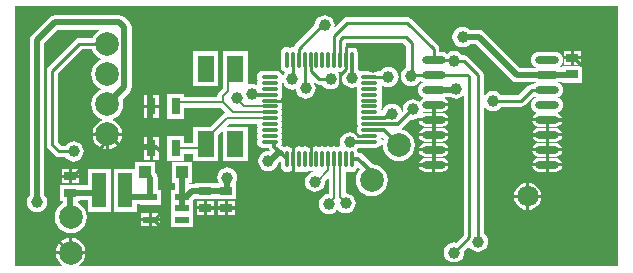
<source format=gbl>
G04*
G04 #@! TF.GenerationSoftware,Altium Limited,Altium Designer,20.2.4 (192)*
G04*
G04 Layer_Physical_Order=2*
G04 Layer_Color=16711680*
%FSLAX25Y25*%
%MOIN*%
G70*
G04*
G04 #@! TF.SameCoordinates,121250D4-26CC-48BE-A980-2B83B7959B4A*
G04*
G04*
G04 #@! TF.FilePolarity,Positive*
G04*
G01*
G75*
%ADD10C,0.00984*%
%ADD12C,0.00787*%
%ADD18R,0.03150X0.05512*%
%ADD19R,0.03858X0.02677*%
%ADD40C,0.01181*%
%ADD41C,0.01968*%
%ADD42C,0.07874*%
%ADD43C,0.07087*%
%ADD44C,0.03937*%
%ADD45R,0.05512X0.08661*%
%ADD46R,0.05118X0.11811*%
%ADD47R,0.04528X0.02362*%
%ADD48R,0.03937X0.04331*%
%ADD49O,0.01181X0.05709*%
%ADD50O,0.05709X0.01181*%
%ADD51O,0.07874X0.02559*%
G36*
X100447Y-43361D02*
X-80010D01*
X-79410Y-43112D01*
X-78379Y-42321D01*
X-77587Y-41290D01*
X-77090Y-40089D01*
X-76986Y-39300D01*
X-81900D01*
X-86814D01*
X-86710Y-40089D01*
X-86212Y-41290D01*
X-85421Y-42321D01*
X-84390Y-43112D01*
X-83790Y-43361D01*
X-100447D01*
Y43361D01*
X100447D01*
Y-43361D01*
D02*
G37*
%LPC*%
G36*
X2700Y40375D02*
X1826Y40260D01*
X1012Y39923D01*
X313Y39387D01*
X-223Y38688D01*
X-560Y37874D01*
X-672Y37024D01*
X-7200Y30496D01*
X-7614Y29878D01*
X-7618Y29857D01*
X-7858Y29905D01*
X-8626Y29752D01*
X-8843Y29607D01*
X-9059Y29752D01*
X-9827Y29905D01*
X-10595Y29752D01*
X-11246Y29317D01*
X-11681Y28666D01*
X-11834Y27898D01*
Y23370D01*
X-11681Y22602D01*
X-11246Y21951D01*
X-10595Y21516D01*
X-10296Y21456D01*
X-10387Y21387D01*
X-10923Y20688D01*
X-11260Y19874D01*
X-11375Y19000D01*
X-11260Y18126D01*
X-10923Y17312D01*
X-10387Y16613D01*
X-9688Y16077D01*
X-8874Y15740D01*
X-8000Y15625D01*
X-7126Y15740D01*
X-6951Y15812D01*
X-6860Y15126D01*
X-6523Y14312D01*
X-5987Y13613D01*
X-5288Y13077D01*
X-4474Y12740D01*
X-3600Y12625D01*
X-2726Y12740D01*
X-1912Y13077D01*
X-1213Y13613D01*
X-677Y14312D01*
X-340Y15126D01*
X-225Y16000D01*
X-340Y16874D01*
X-677Y17688D01*
X-1213Y18387D01*
X-1912Y18923D01*
X-1977Y18950D01*
Y19167D01*
X-562Y17752D01*
X-562Y17752D01*
X56Y17338D01*
X786Y17193D01*
X1945D01*
X2313Y16713D01*
X3012Y16177D01*
X3826Y15840D01*
X4700Y15725D01*
X5574Y15840D01*
X6388Y16177D01*
X7087Y16713D01*
X7623Y17412D01*
X7960Y18226D01*
X8075Y19100D01*
X7960Y19974D01*
X7623Y20788D01*
X7087Y21487D01*
X6882Y21644D01*
X6905Y21660D01*
X7122Y21516D01*
X7890Y21363D01*
X8658Y21516D01*
X9214Y21888D01*
X9238Y21872D01*
X9400Y21839D01*
X8977Y21288D01*
X8640Y20474D01*
X8525Y19600D01*
X8640Y18726D01*
X8977Y17912D01*
X9513Y17213D01*
X10212Y16677D01*
X11026Y16340D01*
X11900Y16225D01*
X12774Y16340D01*
X13513Y16646D01*
X13363Y15890D01*
X13516Y15122D01*
X13660Y14906D01*
X13516Y14689D01*
X13363Y13921D01*
X13516Y13153D01*
X13660Y12937D01*
X13516Y12721D01*
X13363Y11953D01*
X13516Y11185D01*
X13660Y10968D01*
X13516Y10752D01*
X13363Y9984D01*
X13516Y9216D01*
X13660Y9000D01*
X13516Y8784D01*
X13363Y8016D01*
X13516Y7248D01*
X13660Y7032D01*
X13516Y6815D01*
X13363Y6047D01*
X13516Y5279D01*
X13660Y5063D01*
X13516Y4847D01*
X13363Y4079D01*
X13516Y3311D01*
X13660Y3094D01*
X13516Y2878D01*
X13363Y2110D01*
X13516Y1342D01*
X13887Y786D01*
X13872Y762D01*
X13756Y180D01*
X13713D01*
X13573Y363D01*
X12874Y900D01*
X12060Y1237D01*
X11186Y1352D01*
X10312Y1237D01*
X9498Y900D01*
X8799Y363D01*
X8263Y-336D01*
X7925Y-1150D01*
X7811Y-2024D01*
X7925Y-2897D01*
X8139Y-3413D01*
X7890Y-3363D01*
X7122Y-3516D01*
X6905Y-3660D01*
X6689Y-3516D01*
X5921Y-3363D01*
X5153Y-3516D01*
X4937Y-3660D01*
X4721Y-3516D01*
X3953Y-3363D01*
X3185Y-3516D01*
X2968Y-3660D01*
X2752Y-3516D01*
X1984Y-3363D01*
X1216Y-3516D01*
X1000Y-3660D01*
X784Y-3516D01*
X16Y-3363D01*
X-752Y-3516D01*
X-1309Y-3887D01*
X-1332Y-3872D01*
X-1953Y-3748D01*
X-2573Y-3872D01*
X-2597Y-3887D01*
X-3153Y-3516D01*
X-3921Y-3363D01*
X-4689Y-3516D01*
X-4905Y-3660D01*
X-5122Y-3516D01*
X-5890Y-3363D01*
X-6658Y-3516D01*
X-7214Y-3887D01*
X-7238Y-3872D01*
X-7858Y-3748D01*
X-8479Y-3872D01*
X-8502Y-3887D01*
X-9059Y-3516D01*
X-9827Y-3363D01*
X-10595Y-3516D01*
X-10647Y-3551D01*
X-10998Y-3316D01*
X-11383Y-3239D01*
X-11721Y-2902D01*
X-11516Y-2595D01*
X-11363Y-1827D01*
X-11516Y-1059D01*
X-11660Y-843D01*
X-11516Y-626D01*
X-11363Y142D01*
X-11516Y910D01*
X-11660Y1126D01*
X-11516Y1342D01*
X-11363Y2110D01*
X-11516Y2878D01*
X-11660Y3094D01*
X-11516Y3311D01*
X-11363Y4079D01*
X-11516Y4847D01*
X-11660Y5063D01*
X-11516Y5279D01*
X-11363Y6047D01*
X-11516Y6815D01*
X-11660Y7032D01*
X-11516Y7248D01*
X-11363Y8016D01*
X-11516Y8784D01*
X-11660Y9000D01*
X-11516Y9216D01*
X-11363Y9984D01*
X-11516Y10752D01*
X-11887Y11309D01*
X-11872Y11332D01*
X-11748Y11953D01*
X-11872Y12573D01*
X-11887Y12597D01*
X-11516Y13153D01*
X-11363Y13921D01*
X-11516Y14689D01*
X-11660Y14906D01*
X-11516Y15122D01*
X-11363Y15890D01*
X-11516Y16658D01*
X-11660Y16874D01*
X-11516Y17090D01*
X-11363Y17858D01*
X-11516Y18626D01*
X-11660Y18843D01*
X-11516Y19059D01*
X-11363Y19827D01*
X-11516Y20595D01*
X-11951Y21246D01*
X-12602Y21681D01*
X-13370Y21834D01*
X-17898D01*
X-18666Y21681D01*
X-19317Y21246D01*
X-19752Y20595D01*
X-19905Y19827D01*
X-19752Y19059D01*
X-19608Y18843D01*
X-19752Y18626D01*
X-19905Y17858D01*
X-19752Y17090D01*
X-19628Y16905D01*
X-19912Y17123D01*
X-20726Y17460D01*
X-21600Y17575D01*
X-22474Y17460D01*
X-22945Y17265D01*
Y28307D01*
X-31213D01*
Y20411D01*
X-31247Y20236D01*
Y16007D01*
X-32477Y14777D01*
X-32869Y14191D01*
X-33006Y13500D01*
Y13206D01*
X-44012D01*
Y14134D01*
X-49917D01*
Y5866D01*
X-44012D01*
Y9594D01*
X-31948D01*
X-30149Y7794D01*
X-30542Y7716D01*
X-31128Y7324D01*
X-35342Y3110D01*
X-41055D01*
Y-2194D01*
X-44012D01*
Y134D01*
X-49917D01*
Y-8134D01*
X-44012D01*
Y-5806D01*
X-41055D01*
Y-8307D01*
X-32787D01*
Y556D01*
X-31213Y2131D01*
Y-8307D01*
X-22945D01*
Y3110D01*
X-30233D01*
X-29102Y4241D01*
X-19873D01*
X-19905Y4079D01*
X-19752Y3311D01*
X-19608Y3094D01*
X-19752Y2878D01*
X-19905Y2110D01*
X-19752Y1342D01*
X-19608Y1126D01*
X-19752Y910D01*
X-19905Y142D01*
X-19752Y-626D01*
X-19608Y-843D01*
X-19752Y-1059D01*
X-19905Y-1827D01*
X-19752Y-2595D01*
X-19317Y-3246D01*
X-18666Y-3681D01*
X-17898Y-3834D01*
X-15943D01*
X-15867Y-4216D01*
X-15475Y-4802D01*
X-15556Y-4883D01*
X-16000Y-4825D01*
X-16874Y-4940D01*
X-17688Y-5277D01*
X-18387Y-5813D01*
X-18923Y-6512D01*
X-19260Y-7326D01*
X-19375Y-8200D01*
X-19260Y-9074D01*
X-18923Y-9888D01*
X-18387Y-10587D01*
X-17688Y-11123D01*
X-16874Y-11460D01*
X-16000Y-11575D01*
X-15126Y-11460D01*
X-14312Y-11123D01*
X-13613Y-10587D01*
X-13077Y-9888D01*
X-12740Y-9074D01*
X-12710Y-8849D01*
X-12080Y-8219D01*
X-11834Y-8465D01*
Y-9898D01*
X-11681Y-10666D01*
X-11246Y-11317D01*
X-10595Y-11752D01*
X-9827Y-11905D01*
X-9059Y-11752D01*
X-8502Y-11380D01*
X-8479Y-11396D01*
X-7858Y-11519D01*
X-7238Y-11396D01*
X-7214Y-11380D01*
X-6658Y-11752D01*
X-5890Y-11905D01*
X-5122Y-11752D01*
X-4905Y-11608D01*
X-4689Y-11752D01*
X-3921Y-11905D01*
X-3153Y-11752D01*
X-2597Y-11380D01*
X-2573Y-11396D01*
X-1953Y-11519D01*
X-1332Y-11396D01*
X-1309Y-11380D01*
X-752Y-11752D01*
X-746Y-11753D01*
X-1402Y-11840D01*
X-2217Y-12177D01*
X-2916Y-12713D01*
X-3452Y-13412D01*
X-3789Y-14226D01*
X-3904Y-15100D01*
X-3789Y-15974D01*
X-3452Y-16788D01*
X-2916Y-17487D01*
X-2217Y-18023D01*
X-1402Y-18360D01*
X-529Y-18475D01*
X345Y-18360D01*
X1159Y-18023D01*
X1858Y-17487D01*
X2394Y-16788D01*
X2732Y-15974D01*
X2847Y-15100D01*
X2829Y-14968D01*
X4115Y-13682D01*
Y-19227D01*
X4100Y-19225D01*
X3226Y-19340D01*
X2412Y-19677D01*
X1713Y-20213D01*
X1177Y-20912D01*
X840Y-21726D01*
X725Y-22600D01*
X840Y-23474D01*
X1177Y-24288D01*
X1713Y-24987D01*
X2412Y-25523D01*
X3226Y-25860D01*
X4100Y-25975D01*
X4974Y-25860D01*
X5788Y-25523D01*
X6487Y-24987D01*
X7015Y-24298D01*
X7313Y-24687D01*
X8012Y-25223D01*
X8826Y-25560D01*
X9700Y-25675D01*
X10574Y-25560D01*
X11388Y-25223D01*
X12087Y-24687D01*
X12623Y-23988D01*
X12960Y-23174D01*
X13075Y-22300D01*
X12960Y-21426D01*
X12623Y-20612D01*
X12087Y-19913D01*
X11388Y-19377D01*
X10574Y-19040D01*
X9700Y-18925D01*
X9696Y-18925D01*
Y-11873D01*
X9858Y-11905D01*
X10626Y-11752D01*
X10842Y-11608D01*
X11059Y-11752D01*
X11827Y-11905D01*
X12595Y-11752D01*
X13246Y-11317D01*
X13681Y-10666D01*
X13805Y-10043D01*
X14593Y-10831D01*
X13757Y-11920D01*
X13222Y-13213D01*
X13039Y-14600D01*
X13222Y-15988D01*
X13757Y-17280D01*
X14609Y-18391D01*
X15720Y-19243D01*
X17012Y-19778D01*
X18400Y-19961D01*
X19787Y-19778D01*
X21080Y-19243D01*
X22191Y-18391D01*
X23043Y-17280D01*
X23578Y-15988D01*
X23761Y-14600D01*
X23578Y-13213D01*
X23043Y-11920D01*
X22191Y-10809D01*
X21080Y-9957D01*
X19787Y-9422D01*
X18720Y-9281D01*
X15419Y-5981D01*
X14768Y-5546D01*
X14000Y-5393D01*
X13834D01*
Y-5370D01*
X13681Y-4602D01*
X13560Y-4420D01*
X13573Y-4410D01*
X14015Y-3834D01*
X19898D01*
X20666Y-3681D01*
X21317Y-3246D01*
X21752Y-2595D01*
X21905Y-1827D01*
X21752Y-1059D01*
X21380Y-502D01*
X21396Y-479D01*
X21512Y103D01*
X21658D01*
X22601Y-839D01*
X22322Y-1512D01*
X22139Y-2900D01*
X22322Y-4287D01*
X22857Y-5580D01*
X23709Y-6691D01*
X24820Y-7543D01*
X26112Y-8078D01*
X27500Y-8261D01*
X28888Y-8078D01*
X30180Y-7543D01*
X31291Y-6691D01*
X32143Y-5580D01*
X32678Y-4287D01*
X32861Y-2900D01*
X32678Y-1512D01*
X32143Y-220D01*
X31291Y891D01*
X30180Y1743D01*
X28888Y2278D01*
X28219Y2366D01*
X28658Y2660D01*
X31664Y5666D01*
X32139Y5603D01*
X33013Y5718D01*
X33827Y6055D01*
X34335Y6446D01*
X34298Y6389D01*
X34220Y6000D01*
X38602D01*
Y7824D01*
X36445D01*
X35555Y7647D01*
X35077Y7328D01*
X35399Y8105D01*
X35442Y8429D01*
X35555Y8353D01*
X36445Y8176D01*
X38602D01*
Y10500D01*
X39102D01*
Y11000D01*
X43985D01*
X43907Y11389D01*
X43403Y12143D01*
X42649Y12647D01*
X41774Y12821D01*
X42454Y12911D01*
X42890Y13092D01*
X44763D01*
X44912Y12977D01*
X45726Y12640D01*
X46600Y12525D01*
X47474Y12640D01*
X48288Y12977D01*
X48987Y13513D01*
X49093Y13652D01*
Y-32710D01*
X46400Y-35404D01*
X45800Y-35325D01*
X44926Y-35440D01*
X44112Y-35777D01*
X43413Y-36313D01*
X42877Y-37012D01*
X42540Y-37826D01*
X42425Y-38700D01*
X42540Y-39574D01*
X42877Y-40388D01*
X43413Y-41087D01*
X44112Y-41623D01*
X44926Y-41960D01*
X45800Y-42075D01*
X46674Y-41960D01*
X47488Y-41623D01*
X48187Y-41087D01*
X48723Y-40388D01*
X49060Y-39574D01*
X49175Y-38700D01*
X49096Y-38100D01*
X50805Y-36391D01*
X50941Y-36719D01*
X51477Y-37418D01*
X52177Y-37955D01*
X52991Y-38292D01*
X53864Y-38407D01*
X54738Y-38292D01*
X55552Y-37955D01*
X56251Y-37418D01*
X56787Y-36719D01*
X57125Y-35905D01*
X57240Y-35032D01*
X57125Y-34158D01*
X56787Y-33344D01*
X56251Y-32645D01*
X55771Y-32277D01*
Y10610D01*
X55977Y10112D01*
X56513Y9413D01*
X57212Y8877D01*
X58026Y8540D01*
X58900Y8425D01*
X59774Y8540D01*
X60588Y8877D01*
X61287Y9413D01*
X61655Y9893D01*
X68035D01*
X68764Y10038D01*
X69383Y10452D01*
X72453Y13522D01*
X72900Y13179D01*
X73331Y13000D01*
X72900Y12821D01*
X72345Y12395D01*
X71919Y11840D01*
X71651Y11194D01*
X71560Y10500D01*
X71651Y9806D01*
X71919Y9160D01*
X72345Y8605D01*
X72900Y8179D01*
X73546Y7911D01*
X74226Y7821D01*
X73351Y7647D01*
X72597Y7143D01*
X72093Y6389D01*
X72015Y6000D01*
X76898D01*
X81780D01*
X81702Y6389D01*
X81199Y7143D01*
X80445Y7647D01*
X79569Y7821D01*
X80249Y7911D01*
X80895Y8179D01*
X81450Y8605D01*
X81876Y9160D01*
X82144Y9806D01*
X82235Y10500D01*
X82144Y11194D01*
X81876Y11840D01*
X81450Y12395D01*
X80895Y12821D01*
X80464Y13000D01*
X80895Y13179D01*
X81450Y13605D01*
X81876Y14160D01*
X82144Y14806D01*
X82235Y15500D01*
X82144Y16194D01*
X81876Y16840D01*
X81450Y17395D01*
X80895Y17821D01*
X80464Y18000D01*
X80859Y18164D01*
X81993D01*
Y17928D01*
X88607D01*
Y23361D01*
X81993D01*
Y22980D01*
X80511D01*
X80464Y23000D01*
X80895Y23179D01*
X81450Y23605D01*
X81876Y24160D01*
X82144Y24806D01*
X82235Y25500D01*
X82144Y26194D01*
X81876Y26840D01*
X81450Y27395D01*
X80895Y27821D01*
X80249Y28089D01*
X79555Y28180D01*
X74240D01*
X73546Y28089D01*
X72900Y27821D01*
X72345Y27395D01*
X71919Y26840D01*
X71651Y26194D01*
X71560Y25500D01*
X71651Y24806D01*
X71919Y24160D01*
X72345Y23605D01*
X72900Y23179D01*
X73331Y23000D01*
X73110Y22908D01*
X67898D01*
X56003Y34803D01*
X55222Y35325D01*
X54300Y35508D01*
X51058D01*
X50388Y36023D01*
X49574Y36360D01*
X48700Y36475D01*
X47826Y36360D01*
X47012Y36023D01*
X46313Y35487D01*
X45777Y34788D01*
X45440Y33974D01*
X45325Y33100D01*
X45440Y32226D01*
X45777Y31412D01*
X46313Y30713D01*
X47012Y30177D01*
X47826Y29840D01*
X48700Y29725D01*
X49574Y29840D01*
X50388Y30177D01*
X51058Y30691D01*
X53302D01*
X65197Y18797D01*
X65978Y18275D01*
X66900Y18091D01*
X73110D01*
X73331Y18000D01*
X72900Y17821D01*
X72360Y17407D01*
X71735D01*
X71005Y17262D01*
X70386Y16848D01*
X67245Y13707D01*
X61655D01*
X61287Y14187D01*
X60588Y14723D01*
X59774Y15060D01*
X58900Y15175D01*
X58026Y15060D01*
X57212Y14723D01*
X56513Y14187D01*
X55977Y13488D01*
X55771Y12991D01*
Y15220D01*
X55807Y15400D01*
X55807Y15400D01*
Y20500D01*
X55662Y21230D01*
X55248Y21848D01*
X55248Y21848D01*
X50548Y26548D01*
X49930Y26962D01*
X49200Y27107D01*
X48633D01*
X48265Y27587D01*
X47566Y28123D01*
X46752Y28460D01*
X45878Y28575D01*
X45004Y28460D01*
X44190Y28123D01*
X43491Y27587D01*
X43460Y27545D01*
X43100Y27821D01*
X42454Y28089D01*
X41760Y28180D01*
X41009D01*
Y28998D01*
X40864Y29728D01*
X40451Y30346D01*
X31549Y39248D01*
X30930Y39662D01*
X30200Y39807D01*
X10300D01*
X9570Y39662D01*
X8952Y39248D01*
X5980Y36277D01*
X6075Y37000D01*
X5960Y37874D01*
X5623Y38688D01*
X5087Y39387D01*
X4388Y39923D01*
X3574Y40260D01*
X2700Y40375D01*
D02*
G37*
G36*
X88229Y28495D02*
X85800D01*
Y26656D01*
X88229D01*
Y28495D01*
D02*
G37*
G36*
X84800D02*
X82371D01*
Y26656D01*
X84800D01*
Y28495D01*
D02*
G37*
G36*
X88229Y25656D02*
X85800D01*
Y23817D01*
X88229D01*
Y25656D01*
D02*
G37*
G36*
X84800D02*
X82371D01*
Y23817D01*
X84800D01*
Y25656D01*
D02*
G37*
G36*
X-32787Y28307D02*
X-41055D01*
Y16890D01*
X-32787D01*
Y28307D01*
D02*
G37*
G36*
X-52461Y13756D02*
X-54536D01*
Y10500D01*
X-52461D01*
Y13756D01*
D02*
G37*
G36*
X-55536D02*
X-57610D01*
Y10500D01*
X-55536D01*
Y13756D01*
D02*
G37*
G36*
X43985Y10000D02*
X39602D01*
Y8176D01*
X41760D01*
X42649Y8353D01*
X43403Y8857D01*
X43907Y9611D01*
X43985Y10000D01*
D02*
G37*
G36*
X-52461Y9500D02*
X-54536D01*
Y6244D01*
X-52461D01*
Y9500D01*
D02*
G37*
G36*
X-55536D02*
X-57610D01*
Y6244D01*
X-55536D01*
Y9500D01*
D02*
G37*
G36*
X41760Y7824D02*
X39602D01*
Y6000D01*
X43985D01*
X43907Y6389D01*
X43403Y7143D01*
X42649Y7647D01*
X41760Y7824D01*
D02*
G37*
G36*
X81780Y5000D02*
X77398D01*
Y3176D01*
X79555D01*
X80445Y3353D01*
X81199Y3857D01*
X81702Y4611D01*
X81780Y5000D01*
D02*
G37*
G36*
X76398D02*
X72015D01*
X72093Y4611D01*
X72597Y3857D01*
X73351Y3353D01*
X74240Y3176D01*
X76398D01*
Y5000D01*
D02*
G37*
G36*
X43985D02*
X39602D01*
Y3176D01*
X41760D01*
X42649Y3353D01*
X43403Y3857D01*
X43907Y4611D01*
X43985Y5000D01*
D02*
G37*
G36*
X38602D02*
X34220D01*
X34298Y4611D01*
X34801Y3857D01*
X35555Y3353D01*
X36445Y3176D01*
X38602D01*
Y5000D01*
D02*
G37*
G36*
X-65653Y40409D02*
X-87200D01*
X-88122Y40225D01*
X-88903Y39703D01*
X-94903Y33703D01*
X-95425Y32922D01*
X-95609Y32000D01*
Y-19542D01*
X-96123Y-20212D01*
X-96460Y-21026D01*
X-96575Y-21900D01*
X-96460Y-22774D01*
X-96123Y-23588D01*
X-95587Y-24287D01*
X-94888Y-24823D01*
X-94074Y-25160D01*
X-93200Y-25275D01*
X-92326Y-25160D01*
X-91512Y-24823D01*
X-90813Y-24287D01*
X-90277Y-23588D01*
X-89940Y-22774D01*
X-89825Y-21900D01*
X-89940Y-21026D01*
X-90277Y-20212D01*
X-90791Y-19542D01*
Y31002D01*
X-86202Y35592D01*
X-71881D01*
X-72365Y35391D01*
X-73476Y34539D01*
X-74328Y33428D01*
X-74585Y32807D01*
X-79000D01*
X-79730Y32662D01*
X-80348Y32248D01*
X-89348Y23248D01*
X-89762Y22630D01*
X-89907Y21900D01*
Y-2700D01*
X-89762Y-3430D01*
X-89348Y-4048D01*
X-87048Y-6348D01*
X-86430Y-6762D01*
X-85700Y-6907D01*
X-83655D01*
X-83287Y-7387D01*
X-82588Y-7923D01*
X-81774Y-8260D01*
X-80900Y-8375D01*
X-80026Y-8260D01*
X-79212Y-7923D01*
X-78513Y-7387D01*
X-77977Y-6688D01*
X-77640Y-5874D01*
X-77525Y-5000D01*
X-77640Y-4126D01*
X-77977Y-3312D01*
X-78513Y-2613D01*
X-79212Y-2077D01*
X-80026Y-1740D01*
X-80900Y-1625D01*
X-81774Y-1740D01*
X-82588Y-2077D01*
X-83287Y-2613D01*
X-83655Y-3093D01*
X-84910D01*
X-86093Y-1910D01*
Y21110D01*
X-78210Y28993D01*
X-74711D01*
X-74328Y28068D01*
X-73476Y26957D01*
X-72365Y26105D01*
X-71503Y25748D01*
X-72365Y25391D01*
X-73476Y24539D01*
X-74328Y23428D01*
X-74863Y22136D01*
X-75046Y20748D01*
X-74863Y19361D01*
X-74328Y18068D01*
X-73476Y16957D01*
X-72365Y16105D01*
X-71503Y15748D01*
X-72365Y15391D01*
X-73476Y14539D01*
X-74328Y13428D01*
X-74863Y12135D01*
X-75046Y10748D01*
X-74863Y9361D01*
X-74328Y8068D01*
X-73476Y6957D01*
X-72365Y6105D01*
X-71073Y5570D01*
X-70976Y5557D01*
X-72175Y5060D01*
X-73206Y4269D01*
X-73997Y3238D01*
X-74495Y2037D01*
X-74599Y1248D01*
X-64771D01*
X-64875Y2037D01*
X-65373Y3238D01*
X-66164Y4269D01*
X-67195Y5060D01*
X-68394Y5557D01*
X-68298Y5570D01*
X-67005Y6105D01*
X-65894Y6957D01*
X-65042Y8068D01*
X-64507Y9361D01*
X-64324Y10748D01*
X-64507Y12135D01*
X-64619Y12407D01*
X-62273Y14754D01*
X-61751Y15535D01*
X-61568Y16457D01*
Y36323D01*
X-61751Y37245D01*
X-62273Y38026D01*
X-63950Y39703D01*
X-64731Y40225D01*
X-65653Y40409D01*
D02*
G37*
G36*
X79555Y2824D02*
X77398D01*
Y1000D01*
X81780D01*
X81702Y1389D01*
X81199Y2143D01*
X80445Y2647D01*
X79555Y2824D01*
D02*
G37*
G36*
X41760D02*
X39602D01*
Y1000D01*
X43985D01*
X43907Y1389D01*
X43403Y2143D01*
X42649Y2647D01*
X41760Y2824D01*
D02*
G37*
G36*
X76398D02*
X74240D01*
X73351Y2647D01*
X72597Y2143D01*
X72093Y1389D01*
X72015Y1000D01*
X76398D01*
Y2824D01*
D02*
G37*
G36*
X38602D02*
X36445D01*
X35555Y2647D01*
X34801Y2143D01*
X34298Y1389D01*
X34220Y1000D01*
X38602D01*
Y2824D01*
D02*
G37*
G36*
X81780Y0D02*
X77398D01*
Y-1824D01*
X79555D01*
X80445Y-1647D01*
X81199Y-1143D01*
X81702Y-389D01*
X81780Y0D01*
D02*
G37*
G36*
X76398D02*
X72015D01*
X72093Y-389D01*
X72597Y-1143D01*
X73351Y-1647D01*
X74240Y-1824D01*
X76398D01*
Y0D01*
D02*
G37*
G36*
X43985D02*
X39602D01*
Y-1824D01*
X41760D01*
X42649Y-1647D01*
X43403Y-1143D01*
X43907Y-389D01*
X43985Y0D01*
D02*
G37*
G36*
X38602D02*
X34220D01*
X34298Y-389D01*
X34801Y-1143D01*
X35555Y-1647D01*
X36445Y-1824D01*
X38602D01*
Y0D01*
D02*
G37*
G36*
X-52461Y-244D02*
X-54536D01*
Y-3500D01*
X-52461D01*
Y-244D01*
D02*
G37*
G36*
X-55536D02*
X-57610D01*
Y-3500D01*
X-55536D01*
Y-244D01*
D02*
G37*
G36*
X79555Y-2176D02*
X77398D01*
Y-4000D01*
X81780D01*
X81702Y-3611D01*
X81199Y-2857D01*
X80445Y-2353D01*
X79555Y-2176D01*
D02*
G37*
G36*
X41760D02*
X39602D01*
Y-4000D01*
X43985D01*
X43907Y-3611D01*
X43403Y-2857D01*
X42649Y-2353D01*
X41760Y-2176D01*
D02*
G37*
G36*
X76398D02*
X74240D01*
X73351Y-2353D01*
X72597Y-2857D01*
X72093Y-3611D01*
X72015Y-4000D01*
X76398D01*
Y-2176D01*
D02*
G37*
G36*
X38602D02*
X36445D01*
X35555Y-2353D01*
X34801Y-2857D01*
X34298Y-3611D01*
X34220Y-4000D01*
X38602D01*
Y-2176D01*
D02*
G37*
G36*
X-64771Y248D02*
X-69185D01*
Y-4166D01*
X-68396Y-4062D01*
X-67195Y-3564D01*
X-66164Y-2773D01*
X-65373Y-1742D01*
X-64875Y-541D01*
X-64771Y248D01*
D02*
G37*
G36*
X-70185D02*
X-74599D01*
X-74495Y-541D01*
X-73997Y-1742D01*
X-73206Y-2773D01*
X-72175Y-3564D01*
X-70974Y-4062D01*
X-70185Y-4166D01*
Y248D01*
D02*
G37*
G36*
X81780Y-5000D02*
X77398D01*
Y-6824D01*
X79555D01*
X80445Y-6647D01*
X81199Y-6143D01*
X81702Y-5389D01*
X81780Y-5000D01*
D02*
G37*
G36*
X76398D02*
X72015D01*
X72093Y-5389D01*
X72597Y-6143D01*
X73351Y-6647D01*
X74240Y-6824D01*
X76398D01*
Y-5000D01*
D02*
G37*
G36*
X43985D02*
X39602D01*
Y-6824D01*
X41760D01*
X42649Y-6647D01*
X43403Y-6143D01*
X43907Y-5389D01*
X43985Y-5000D01*
D02*
G37*
G36*
X38602D02*
X34220D01*
X34298Y-5389D01*
X34801Y-6143D01*
X35555Y-6647D01*
X36445Y-6824D01*
X38602D01*
Y-5000D01*
D02*
G37*
G36*
X-52461Y-4500D02*
X-54536D01*
Y-7756D01*
X-52461D01*
Y-4500D01*
D02*
G37*
G36*
X-55536D02*
X-57610D01*
Y-7756D01*
X-55536D01*
Y-4500D01*
D02*
G37*
G36*
X79555Y-7176D02*
X77398D01*
Y-9000D01*
X81780D01*
X81702Y-8611D01*
X81199Y-7857D01*
X80445Y-7353D01*
X79555Y-7176D01*
D02*
G37*
G36*
X41760D02*
X39602D01*
Y-9000D01*
X43985D01*
X43907Y-8611D01*
X43403Y-7857D01*
X42649Y-7353D01*
X41760Y-7176D01*
D02*
G37*
G36*
X76398D02*
X74240D01*
X73351Y-7353D01*
X72597Y-7857D01*
X72093Y-8611D01*
X72015Y-9000D01*
X76398D01*
Y-7176D01*
D02*
G37*
G36*
X38602D02*
X36445D01*
X35555Y-7353D01*
X34801Y-7857D01*
X34298Y-8611D01*
X34220Y-9000D01*
X38602D01*
Y-7176D01*
D02*
G37*
G36*
X81780Y-10000D02*
X77398D01*
Y-11824D01*
X79555D01*
X80445Y-11647D01*
X81199Y-11143D01*
X81702Y-10389D01*
X81780Y-10000D01*
D02*
G37*
G36*
X76398D02*
X72015D01*
X72093Y-10389D01*
X72597Y-11143D01*
X73351Y-11647D01*
X74240Y-11824D01*
X76398D01*
Y-10000D01*
D02*
G37*
G36*
X43985D02*
X39602D01*
Y-11824D01*
X41760D01*
X42649Y-11647D01*
X43403Y-11143D01*
X43907Y-10389D01*
X43985Y-10000D01*
D02*
G37*
G36*
X38602D02*
X34220D01*
X34298Y-10389D01*
X34801Y-11143D01*
X35555Y-11647D01*
X36445Y-11824D01*
X38602D01*
Y-10000D01*
D02*
G37*
G36*
X-79071Y-10905D02*
X-81500D01*
Y-12744D01*
X-79071D01*
Y-10905D01*
D02*
G37*
G36*
X-82500D02*
X-84929D01*
Y-12744D01*
X-82500D01*
Y-10905D01*
D02*
G37*
G36*
X-79071Y-13744D02*
X-81500D01*
Y-15583D01*
X-79071D01*
Y-13744D01*
D02*
G37*
G36*
X-82500D02*
X-84929D01*
Y-15583D01*
X-82500D01*
Y-13744D01*
D02*
G37*
G36*
X-68394Y-10717D02*
X-76268D01*
Y-16347D01*
X-78693D01*
Y-16039D01*
X-85307D01*
Y-21472D01*
X-84408D01*
Y-22275D01*
X-84580Y-22346D01*
X-85691Y-23198D01*
X-86543Y-24309D01*
X-87078Y-25602D01*
X-87261Y-26989D01*
X-87078Y-28376D01*
X-86543Y-29669D01*
X-85691Y-30780D01*
X-84580Y-31632D01*
X-83288Y-32167D01*
X-81900Y-32350D01*
X-80512Y-32167D01*
X-79220Y-31632D01*
X-78109Y-30780D01*
X-77257Y-29669D01*
X-76722Y-28376D01*
X-76539Y-26989D01*
X-76722Y-25602D01*
X-77257Y-24309D01*
X-78109Y-23198D01*
X-79220Y-22346D01*
X-79592Y-22192D01*
Y-21472D01*
X-78693D01*
Y-21164D01*
X-76268D01*
Y-25284D01*
X-68394D01*
Y-10717D01*
D02*
G37*
G36*
X70900Y-15483D02*
Y-19500D01*
X74917D01*
X74826Y-18814D01*
X74369Y-17709D01*
X73640Y-16760D01*
X72691Y-16031D01*
X71586Y-15574D01*
X70900Y-15483D01*
D02*
G37*
G36*
X69900Y-15483D02*
X69214Y-15574D01*
X68109Y-16031D01*
X67160Y-16760D01*
X66431Y-17709D01*
X65974Y-18814D01*
X65883Y-19500D01*
X69900D01*
Y-15483D01*
D02*
G37*
G36*
X-41551Y-8457D02*
X-48244D01*
Y-15543D01*
X-47200D01*
Y-17701D01*
X-48327D01*
Y-22819D01*
Y-26559D01*
Y-30299D01*
X-41043D01*
Y-26559D01*
Y-22819D01*
Y-21107D01*
X-40589Y-20653D01*
X-40307D01*
Y-20961D01*
X-33693D01*
Y-20653D01*
X-33307D01*
Y-20961D01*
X-26693D01*
Y-15528D01*
X-26884D01*
X-26777Y-15388D01*
X-26440Y-14574D01*
X-26325Y-13700D01*
X-26440Y-12826D01*
X-26777Y-12012D01*
X-27313Y-11313D01*
X-28012Y-10777D01*
X-28826Y-10440D01*
X-29700Y-10325D01*
X-30574Y-10440D01*
X-31388Y-10777D01*
X-32087Y-11313D01*
X-32623Y-12012D01*
X-32960Y-12826D01*
X-33075Y-13700D01*
X-32960Y-14574D01*
X-32623Y-15388D01*
X-32516Y-15528D01*
X-33307D01*
Y-15836D01*
X-33693D01*
Y-15528D01*
X-40307D01*
Y-15836D01*
X-41587D01*
X-42383Y-15994D01*
Y-15543D01*
X-41551D01*
Y-8457D01*
D02*
G37*
G36*
X-53756D02*
X-60449D01*
Y-10717D01*
X-67606D01*
Y-25284D01*
X-59732D01*
Y-22668D01*
X-58957D01*
Y-22819D01*
X-51673D01*
Y-17701D01*
X-52907D01*
Y-13787D01*
X-53090Y-12866D01*
X-53612Y-12084D01*
X-53756Y-11940D01*
Y-8457D01*
D02*
G37*
G36*
X-27071Y-21417D02*
X-29500D01*
Y-23256D01*
X-27071D01*
Y-21417D01*
D02*
G37*
G36*
X-30500D02*
X-32929D01*
Y-23256D01*
X-30500D01*
Y-21417D01*
D02*
G37*
G36*
X-34071D02*
X-36500D01*
Y-23256D01*
X-34071D01*
Y-21417D01*
D02*
G37*
G36*
X-37500D02*
X-39929D01*
Y-23256D01*
X-37500D01*
Y-21417D01*
D02*
G37*
G36*
X74917Y-20500D02*
X70900D01*
Y-24517D01*
X71586Y-24426D01*
X72691Y-23969D01*
X73640Y-23240D01*
X74369Y-22291D01*
X74826Y-21186D01*
X74917Y-20500D01*
D02*
G37*
G36*
X69900D02*
X65883D01*
X65974Y-21186D01*
X66431Y-22291D01*
X67160Y-23240D01*
X68109Y-23969D01*
X69214Y-24426D01*
X69900Y-24517D01*
Y-20500D01*
D02*
G37*
G36*
X-27071Y-24256D02*
X-29500D01*
Y-26094D01*
X-27071D01*
Y-24256D01*
D02*
G37*
G36*
X-30500D02*
X-32929D01*
Y-26094D01*
X-30500D01*
Y-24256D01*
D02*
G37*
G36*
X-34071D02*
X-36500D01*
Y-26094D01*
X-34071D01*
Y-24256D01*
D02*
G37*
G36*
X-37500D02*
X-39929D01*
Y-26094D01*
X-37500D01*
Y-24256D01*
D02*
G37*
G36*
X-52051Y-25559D02*
X-54815D01*
Y-27240D01*
X-52051D01*
Y-25559D01*
D02*
G37*
G36*
X-55815D02*
X-58579D01*
Y-27240D01*
X-55815D01*
Y-25559D01*
D02*
G37*
G36*
X-52051Y-28240D02*
X-54815D01*
Y-29921D01*
X-52051D01*
Y-28240D01*
D02*
G37*
G36*
X-55815D02*
X-58579D01*
Y-29921D01*
X-55815D01*
Y-28240D01*
D02*
G37*
G36*
X-81400Y-33886D02*
Y-38300D01*
X-76986D01*
X-77090Y-37511D01*
X-77587Y-36310D01*
X-78379Y-35279D01*
X-79410Y-34488D01*
X-80611Y-33990D01*
X-81400Y-33886D01*
D02*
G37*
G36*
X-82400D02*
X-83189Y-33990D01*
X-84390Y-34488D01*
X-85421Y-35279D01*
X-86212Y-36310D01*
X-86710Y-37511D01*
X-86814Y-38300D01*
X-82400D01*
Y-33886D01*
D02*
G37*
%LPD*%
G36*
X29893Y30210D02*
Y23057D01*
X29812Y23023D01*
X29113Y22487D01*
X28577Y21788D01*
X28240Y20974D01*
X28125Y20100D01*
X28240Y19226D01*
X28577Y18412D01*
X29113Y17713D01*
X29812Y17177D01*
X30626Y16840D01*
X31500Y16725D01*
X32374Y16840D01*
X33188Y17177D01*
X33887Y17713D01*
X34423Y18412D01*
X34498Y18593D01*
X34564D01*
X35105Y18179D01*
X35536Y18000D01*
X35105Y17821D01*
X34549Y17395D01*
X34124Y16840D01*
X33856Y16194D01*
X33764Y15500D01*
X33856Y14806D01*
X34124Y14160D01*
X34549Y13605D01*
X35105Y13179D01*
X35751Y12911D01*
X36431Y12821D01*
X35555Y12647D01*
X34801Y12143D01*
X34364Y11489D01*
X33827Y11902D01*
X33013Y12239D01*
X32139Y12354D01*
X31265Y12239D01*
X30451Y11902D01*
X29752Y11365D01*
X29216Y10666D01*
X28879Y9852D01*
X28763Y8978D01*
X28826Y8504D01*
X28497Y8175D01*
X28460Y8458D01*
X28123Y9272D01*
X27587Y9971D01*
X26888Y10508D01*
X26074Y10845D01*
X25200Y10960D01*
X24326Y10845D01*
X23512Y10508D01*
X22813Y9971D01*
X22277Y9272D01*
X21940Y8458D01*
X21891Y8086D01*
X21752Y8784D01*
X21608Y9000D01*
X21752Y9216D01*
X21905Y9984D01*
X21752Y10752D01*
X21608Y10968D01*
X21752Y11185D01*
X21905Y11953D01*
X21752Y12721D01*
X21608Y12937D01*
X21752Y13153D01*
X21905Y13921D01*
X21752Y14689D01*
X21608Y14906D01*
X21752Y15122D01*
X21905Y15890D01*
X21752Y16658D01*
X21608Y16874D01*
X21752Y17090D01*
X21789Y17278D01*
X22312Y16877D01*
X23126Y16540D01*
X24000Y16425D01*
X24874Y16540D01*
X25688Y16877D01*
X26387Y17413D01*
X26923Y18112D01*
X27260Y18926D01*
X27375Y19800D01*
X27260Y20674D01*
X26923Y21488D01*
X26387Y22187D01*
X25688Y22723D01*
X24874Y23060D01*
X24000Y23175D01*
X23126Y23060D01*
X22312Y22723D01*
X21613Y22187D01*
X21255Y21720D01*
X20470D01*
X19898Y21834D01*
X15370D01*
X14602Y21681D01*
X14549Y21645D01*
X14287Y21987D01*
X13834Y22334D01*
Y25634D01*
Y27898D01*
X13681Y28666D01*
X13246Y29317D01*
X12595Y29752D01*
X11827Y29905D01*
X11059Y29752D01*
X10502Y29380D01*
X10479Y29396D01*
X9858Y29519D01*
X9797Y29507D01*
Y31193D01*
X28910D01*
X29893Y30210D01*
D02*
G37*
D10*
X-1953Y-1653D02*
X3300Y3600D01*
X11800D01*
X-1953Y-7634D02*
Y-1653D01*
X76898Y-32902D02*
Y-9500D01*
X9821Y22421D02*
Y29723D01*
X-15634Y11953D02*
X-7400D01*
X-56035Y-3000D02*
Y23000D01*
X73900Y31700D02*
X84000D01*
X85300Y26156D02*
Y30400D01*
X84000Y31700D02*
X85300Y30400D01*
X93200Y5577D02*
Y22200D01*
X76898Y5500D02*
X86052D01*
X86552Y5000D01*
X92623D01*
X93200Y5577D01*
X91500Y23900D02*
X93200Y22200D01*
X88147Y23900D02*
X91500D01*
X85300Y26156D02*
X85891D01*
X88147Y23900D01*
X23300Y-31400D02*
Y-27700D01*
Y-35100D02*
Y-31400D01*
X-33600Y-31300D02*
X23200D01*
X23300Y-31400D01*
X76848Y450D02*
X76898Y500D01*
X69750Y450D02*
X76848D01*
X69700Y400D02*
X69750Y450D01*
X30500Y-42300D02*
X67500D01*
X23300Y-35100D02*
X30500Y-42300D01*
X67500D02*
X76898Y-32902D01*
X7890Y32290D02*
X8700Y33100D01*
X7890Y25634D02*
Y32290D01*
X8700Y33100D02*
X29700D01*
X10397Y30300D02*
X16400D01*
X9821Y29723D02*
X10397Y30300D01*
X18700Y23200D02*
Y28000D01*
X16400Y30300D02*
X18700Y28000D01*
X31800Y21077D02*
Y31000D01*
X29700Y33100D02*
X31800Y31000D01*
X5921Y33521D02*
X10300Y37900D01*
X5921Y25634D02*
Y33521D01*
X10300Y37900D02*
X30200D01*
X39102Y25500D02*
X45878D01*
X30200Y37900D02*
X39102Y28998D01*
X7948Y13654D02*
Y20548D01*
X6247Y11953D02*
X7948Y13654D01*
Y20548D02*
X9821Y22421D01*
X786Y19100D02*
X4700D01*
X-1953Y21839D02*
X786Y19100D01*
X-1953Y21839D02*
Y25634D01*
X-55035Y24000D02*
Y27765D01*
X-53100Y29700D02*
X-16200D01*
X-55035Y27765D02*
X-53100Y29700D01*
X-7400Y11953D02*
X6247D01*
X-7858Y-7634D02*
Y11495D01*
X-7400Y11953D01*
X11235Y4165D02*
X11800Y3600D01*
X11235Y4165D02*
Y6965D01*
X6247Y11953D02*
X11235Y6965D01*
X-30000Y-23756D02*
X-18756D01*
X-7858Y-12858D02*
Y-7634D01*
X-18756Y-23756D02*
X-7858Y-12858D01*
X-56035Y23000D02*
X-55035Y24000D01*
X-65777Y-3000D02*
X-56035D01*
X-69525Y748D02*
X-65777Y-3000D01*
X-69685Y748D02*
X-69525D01*
X-56035Y-3000D02*
X-55935Y-3100D01*
X-53800D01*
X-52000Y-4900D01*
Y-9200D02*
Y-4900D01*
X-50800Y-25400D02*
Y-10400D01*
X-52000Y-9200D02*
X-50800Y-10400D01*
X-55315Y-27740D02*
X-54232D01*
X-52457Y-25965D01*
X-51365D01*
X-50800Y-25400D01*
X-37000Y-23756D02*
X-30000D01*
Y-27700D02*
Y-23756D01*
X-33600Y-31300D02*
X-30000Y-27700D01*
X-50672Y-31300D02*
X-33600D01*
X-54232Y-27740D02*
X-50672Y-31300D01*
X11800Y2400D02*
Y3600D01*
Y2400D02*
X14021Y179D01*
X17596D02*
X17634Y142D01*
X14021Y179D02*
X17596D01*
X49200Y25200D02*
X53900Y20500D01*
X45878Y25200D02*
X49200D01*
X58900Y11800D02*
X68035D01*
X50423Y20500D02*
X51000Y19923D01*
Y-33500D02*
Y19923D01*
X45800Y-38700D02*
X51000Y-33500D01*
X39102Y20500D02*
X50423D01*
X68035Y11800D02*
X71735Y15500D01*
X53864Y15364D02*
X53900Y15400D01*
X53864Y-35032D02*
Y15364D01*
X32377Y20500D02*
X39102D01*
X53900Y15400D02*
Y20500D01*
X71735Y15500D02*
X76898D01*
X-8000Y19000D02*
X-7896Y19104D01*
Y25596D01*
X-7858Y25634D01*
X-5852Y25671D02*
Y29148D01*
X2000Y37000D01*
X2700D01*
X-88800Y-32011D02*
X-82011Y-38800D01*
X-88800Y-16600D02*
X-85500Y-13300D01*
X-88800Y-32011D02*
Y-16600D01*
X-85500Y-13300D02*
X-82056D01*
X-82011Y-38800D02*
X-81900D01*
X-3884Y16284D02*
X-3600Y16000D01*
X-3921Y25634D02*
X-3884Y25596D01*
Y16284D02*
Y25596D01*
X-5890Y25634D02*
X-5852Y25671D01*
X17634Y19827D02*
X17647Y19813D01*
X23987D01*
X24000Y19800D01*
X-80563Y-12398D02*
Y-12398D01*
X-71003Y-2838D01*
Y-570D02*
X-69685Y748D01*
X-71003Y-2838D02*
Y-570D01*
X-81410Y-13244D02*
X-80563Y-12398D01*
X-82000Y-13244D02*
X-81410D01*
X-82056Y-13300D02*
X-82000Y-13244D01*
X-76648Y748D02*
X-69685D01*
X-80800Y4900D02*
X-80800D01*
X-76648Y748D01*
X-88000Y-2700D02*
Y21900D01*
X-79000Y30900D02*
X-69837D01*
X-88000Y21900D02*
X-79000Y30900D01*
X-69837D02*
X-69685Y30748D01*
X-85700Y-5000D02*
X-80900D01*
X-88000Y-2700D02*
X-85700Y-5000D01*
X23300Y-27700D02*
X26700D01*
X31600Y-9700D02*
X31800Y-9500D01*
X26700Y-27700D02*
X31600Y-22800D01*
Y-9700D01*
X31800Y-9500D02*
X39102D01*
Y5500D02*
Y10500D01*
Y500D02*
Y5500D01*
Y-4500D02*
Y500D01*
Y-9500D02*
Y-4500D01*
X76898Y500D02*
Y5500D01*
Y-9500D02*
Y-4500D01*
X31800Y21077D02*
X32377Y20500D01*
X39102Y25500D02*
Y28998D01*
D12*
X-46965Y-4000D02*
X-38323D01*
X-36921Y-2598D01*
X-46965Y10000D02*
Y10219D01*
X-45783Y11400D01*
X-31200D01*
X-29850Y6047D02*
X-15634D01*
X-36921Y-1024D02*
X-29850Y6047D01*
X-36921Y-2598D02*
Y-1024D01*
X-27816Y8016D02*
X-15634D01*
X-31200Y11400D02*
X-27816Y8016D01*
X-24284Y9984D02*
X-15634D01*
X-27100Y12800D02*
X-24284Y9984D01*
X-27100Y12800D02*
X-26400D01*
X-31200Y11400D02*
Y13500D01*
X-29441Y20236D02*
X-27079Y22598D01*
X-29441Y15259D02*
Y20236D01*
X-31200Y13500D02*
X-29441Y15259D01*
X7890Y-20308D02*
Y-7634D01*
Y-20308D02*
X9700Y-22119D01*
Y-22300D02*
Y-22119D01*
X5921Y-20619D02*
Y-7634D01*
X4100Y-22600D02*
Y-22441D01*
X5921Y-20619D01*
X3953Y-11290D02*
Y-7634D01*
X142Y-15100D02*
X3953Y-11290D01*
X-529Y-15100D02*
X142D01*
D18*
X-46965Y-4000D02*
D03*
X-55035D02*
D03*
Y10000D02*
D03*
X-46965D02*
D03*
D19*
X-82000Y-13244D02*
D03*
Y-18756D02*
D03*
X-37000Y-23756D02*
D03*
Y-18244D02*
D03*
X-30000Y-23756D02*
D03*
Y-18244D02*
D03*
X85300Y26156D02*
D03*
Y20644D02*
D03*
D40*
X11383Y-1827D02*
X17634D01*
X11186Y-2024D02*
X11383Y-1827D01*
X-14013Y-3448D02*
Y-1827D01*
X11827Y19673D02*
X11900Y19600D01*
X11827Y19673D02*
Y25634D01*
X-21321Y13921D02*
X-15634D01*
X-21600Y14200D02*
X-21321Y13921D01*
X-11920Y-5541D02*
X-9827Y-7634D01*
X-14013Y-3448D02*
X-11920Y-5541D01*
X-15634Y-1827D02*
X-14013D01*
X24454Y7585D02*
X25200D01*
X22917Y6047D02*
X24454Y7585D01*
X17634Y6047D02*
X22917D01*
X11827Y-7400D02*
X14000D01*
X20500Y-13900D02*
Y-13900D01*
X14000Y-7400D02*
X20500Y-13900D01*
X11827Y-7634D02*
Y-7400D01*
X17634Y2110D02*
X22490D01*
X27500Y-2900D01*
X27239Y4079D02*
X32139Y8978D01*
X17634Y4079D02*
X27239D01*
D41*
X-44791Y-20260D02*
Y-12106D01*
Y-23894D02*
Y-20260D01*
X-65653Y38000D02*
X-63976Y36323D01*
X-69685Y10748D02*
X-63976Y16457D01*
Y36323D01*
X-87200Y38000D02*
X-65653D01*
X-93200Y32000D02*
X-87200Y38000D01*
X-93200Y-21900D02*
Y32000D01*
X-16000Y-8200D02*
X-15467D01*
X-12808Y-5541D01*
X-11920D01*
X48700Y33100D02*
X54300D01*
X66900Y20500D01*
X76898D01*
X39102Y15500D02*
X46200D01*
X46600Y15900D01*
X-30000Y-18244D02*
X-29850Y-18094D01*
Y-13850D01*
X-29700Y-13700D01*
X76898Y20500D02*
X76970Y20572D01*
X85228D01*
X85300Y20644D01*
X-37000Y-18244D02*
X-30000D01*
X-41587D02*
X-37000D01*
X-44685Y-20260D02*
X-43602D01*
X-44791D02*
X-44685D01*
X-43602D02*
X-41587Y-18244D01*
X-44898Y-12000D02*
X-44791Y-12106D01*
Y-23894D02*
X-44685Y-24000D01*
X-55315Y-20260D02*
Y-13787D01*
X-57102Y-12000D02*
X-55315Y-13787D01*
X-63669Y-18685D02*
Y-18000D01*
Y-18685D02*
X-62094Y-20260D01*
X-55315D01*
X-82000Y-18756D02*
X-73087D01*
X-72331Y-18000D01*
X-82000Y-27000D02*
Y-18756D01*
D42*
X18400Y-14600D02*
D03*
X27500Y-2900D02*
D03*
X-69685Y748D02*
D03*
Y10748D02*
D03*
Y20748D02*
D03*
Y30748D02*
D03*
X-81900Y-26989D02*
D03*
Y-38800D02*
D03*
D43*
X70400Y-20000D02*
D03*
D44*
X-26400Y12800D02*
D03*
X-56000Y2000D02*
D03*
X11186Y-2024D02*
D03*
X73900Y31700D02*
D03*
X69700Y400D02*
D03*
X77000Y-22400D02*
D03*
X18700Y23200D02*
D03*
X11900Y19600D02*
D03*
X4700Y19100D02*
D03*
X-16200Y29700D02*
D03*
X-50800Y-25400D02*
D03*
X-93200Y-21900D02*
D03*
X-21600Y14200D02*
D03*
X-16000Y-8200D02*
D03*
X11800Y3600D02*
D03*
X25200Y7585D02*
D03*
X45878Y25200D02*
D03*
X58900Y11800D02*
D03*
X48700Y33100D02*
D03*
X46600Y15900D02*
D03*
X53864Y-35032D02*
D03*
X-8000Y19000D02*
D03*
X2700Y37000D02*
D03*
X-3600Y16000D02*
D03*
X9700Y-22300D02*
D03*
X4100Y-22600D02*
D03*
X-29700Y-13700D02*
D03*
X24000Y19800D02*
D03*
X-80800Y4900D02*
D03*
X23300Y-27700D02*
D03*
X31800Y-9500D02*
D03*
X45800Y-38700D02*
D03*
X31500Y20100D02*
D03*
X-80900Y-5000D02*
D03*
X-529Y-15100D02*
D03*
X32139Y8978D02*
D03*
D45*
X-27079Y-2598D02*
D03*
X-36921D02*
D03*
Y22598D02*
D03*
X-27079D02*
D03*
D46*
X-72331Y-18000D02*
D03*
X-63669D02*
D03*
D47*
X-44685Y-20260D02*
D03*
Y-24000D02*
D03*
Y-27740D02*
D03*
X-55315D02*
D03*
Y-20260D02*
D03*
D48*
X-44898Y-12000D02*
D03*
X-57102D02*
D03*
D49*
X-9827Y-7634D02*
D03*
X-7858D02*
D03*
X-5890D02*
D03*
X-3921D02*
D03*
X-1953D02*
D03*
X16D02*
D03*
X1984D02*
D03*
X3953D02*
D03*
X5921D02*
D03*
X7890D02*
D03*
X9858D02*
D03*
X11827D02*
D03*
Y25634D02*
D03*
X9858D02*
D03*
X7890D02*
D03*
X5921D02*
D03*
X3953D02*
D03*
X1984D02*
D03*
X16D02*
D03*
X-1953D02*
D03*
X-3921D02*
D03*
X-5890D02*
D03*
X-7858D02*
D03*
X-9827D02*
D03*
D50*
X17634Y-1827D02*
D03*
Y142D02*
D03*
Y2110D02*
D03*
Y4079D02*
D03*
Y6047D02*
D03*
Y8016D02*
D03*
Y9984D02*
D03*
Y11953D02*
D03*
Y13921D02*
D03*
Y15890D02*
D03*
Y17858D02*
D03*
Y19827D02*
D03*
X-15634D02*
D03*
Y17858D02*
D03*
Y15890D02*
D03*
Y13921D02*
D03*
Y11953D02*
D03*
Y9984D02*
D03*
Y8016D02*
D03*
Y6047D02*
D03*
Y4079D02*
D03*
Y2110D02*
D03*
Y142D02*
D03*
Y-1827D02*
D03*
D51*
X76898Y25500D02*
D03*
Y20500D02*
D03*
Y15500D02*
D03*
Y10500D02*
D03*
Y5500D02*
D03*
Y500D02*
D03*
Y-4500D02*
D03*
Y-9500D02*
D03*
X39102Y25500D02*
D03*
Y20500D02*
D03*
Y15500D02*
D03*
Y10500D02*
D03*
Y5500D02*
D03*
Y500D02*
D03*
Y-4500D02*
D03*
Y-9500D02*
D03*
M02*

</source>
